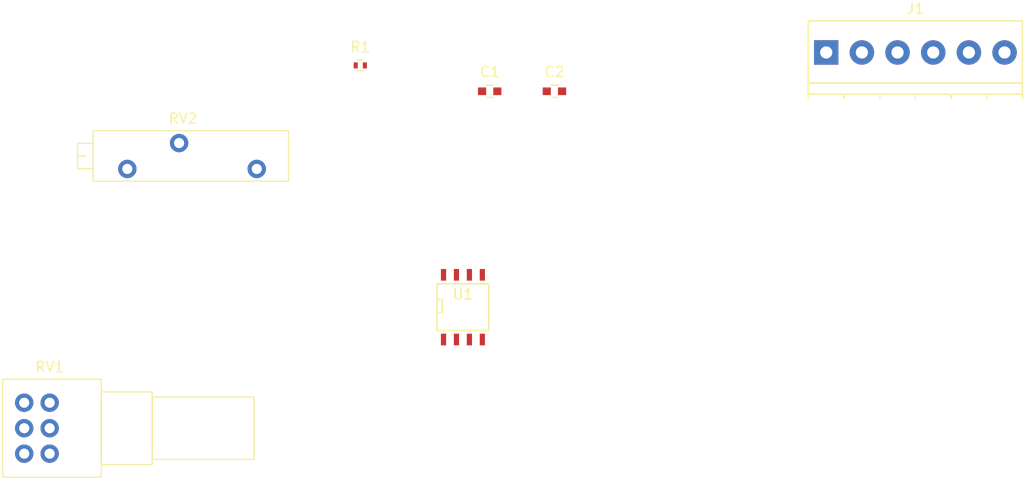
<source format=kicad_pcb>
(kicad_pcb (version 4) (host pcbnew 4.0.5)

  (general
    (links 16)
    (no_connects 16)
    (area 0 0 0 0)
    (thickness 1.6)
    (drawings 0)
    (tracks 0)
    (zones 0)
    (modules 7)
    (nets 11)
  )

  (page A4)
  (layers
    (0 F.Cu signal)
    (31 B.Cu signal)
    (32 B.Adhes user)
    (33 F.Adhes user)
    (34 B.Paste user)
    (35 F.Paste user)
    (36 B.SilkS user)
    (37 F.SilkS user)
    (38 B.Mask user)
    (39 F.Mask user)
    (40 Dwgs.User user)
    (41 Cmts.User user)
    (42 Eco1.User user)
    (43 Eco2.User user)
    (44 Edge.Cuts user)
    (45 Margin user)
    (46 B.CrtYd user)
    (47 F.CrtYd user)
    (48 B.Fab user)
    (49 F.Fab user)
  )

  (setup
    (last_trace_width 0.25)
    (trace_clearance 0.2)
    (zone_clearance 0.508)
    (zone_45_only no)
    (trace_min 0.2)
    (segment_width 0.2)
    (edge_width 0.15)
    (via_size 0.6)
    (via_drill 0.4)
    (via_min_size 0.4)
    (via_min_drill 0.3)
    (uvia_size 0.3)
    (uvia_drill 0.1)
    (uvias_allowed no)
    (uvia_min_size 0.2)
    (uvia_min_drill 0.1)
    (pcb_text_width 0.3)
    (pcb_text_size 1.5 1.5)
    (mod_edge_width 0.15)
    (mod_text_size 1 1)
    (mod_text_width 0.15)
    (pad_size 1.524 1.524)
    (pad_drill 0.762)
    (pad_to_mask_clearance 0.2)
    (aux_axis_origin 0 0)
    (visible_elements FFFFFF7F)
    (pcbplotparams
      (layerselection 0x00030_80000001)
      (usegerberextensions false)
      (excludeedgelayer true)
      (linewidth 0.100000)
      (plotframeref false)
      (viasonmask false)
      (mode 1)
      (useauxorigin false)
      (hpglpennumber 1)
      (hpglpenspeed 20)
      (hpglpendiameter 15)
      (hpglpenoverlay 2)
      (psnegative false)
      (psa4output false)
      (plotreference true)
      (plotvalue true)
      (plotinvisibletext false)
      (padsonsilk false)
      (subtractmaskfromsilk false)
      (outputformat 1)
      (mirror false)
      (drillshape 1)
      (scaleselection 1)
      (outputdirectory ""))
  )

  (net 0 "")
  (net 1 "Net-(C1-Pad1)")
  (net 2 GND)
  (net 3 /Vout)
  (net 4 "Net-(C2-Pad2)")
  (net 5 +5V)
  (net 6 /Vin)
  (net 7 "Net-(R1-Pad1)")
  (net 8 "Net-(RV1-Pad3)")
  (net 9 "Net-(RV1-Pad6)")
  (net 10 "Net-(RV2-Pad3)")

  (net_class Default "This is the default net class."
    (clearance 0.2)
    (trace_width 0.25)
    (via_dia 0.6)
    (via_drill 0.4)
    (uvia_dia 0.3)
    (uvia_drill 0.1)
    (add_net +5V)
    (add_net /Vin)
    (add_net /Vout)
    (add_net GND)
    (add_net "Net-(C1-Pad1)")
    (add_net "Net-(C2-Pad2)")
    (add_net "Net-(R1-Pad1)")
    (add_net "Net-(RV1-Pad3)")
    (add_net "Net-(RV1-Pad6)")
    (add_net "Net-(RV2-Pad3)")
  )

  (module Capacitors_SMD:C_0603 (layer F.Cu) (tedit 5415D631) (tstamp 58A38ADA)
    (at 151.13 83.82)
    (descr "Capacitor SMD 0603, reflow soldering, AVX (see smccp.pdf)")
    (tags "capacitor 0603")
    (path /58A37542)
    (attr smd)
    (fp_text reference C1 (at 0 -1.9) (layer F.SilkS)
      (effects (font (size 1 1) (thickness 0.15)))
    )
    (fp_text value 0.47uF (at 0 1.9) (layer F.Fab)
      (effects (font (size 1 1) (thickness 0.15)))
    )
    (fp_line (start -0.8 0.4) (end -0.8 -0.4) (layer F.Fab) (width 0.1))
    (fp_line (start 0.8 0.4) (end -0.8 0.4) (layer F.Fab) (width 0.1))
    (fp_line (start 0.8 -0.4) (end 0.8 0.4) (layer F.Fab) (width 0.1))
    (fp_line (start -0.8 -0.4) (end 0.8 -0.4) (layer F.Fab) (width 0.1))
    (fp_line (start -1.45 -0.75) (end 1.45 -0.75) (layer F.CrtYd) (width 0.05))
    (fp_line (start -1.45 0.75) (end 1.45 0.75) (layer F.CrtYd) (width 0.05))
    (fp_line (start -1.45 -0.75) (end -1.45 0.75) (layer F.CrtYd) (width 0.05))
    (fp_line (start 1.45 -0.75) (end 1.45 0.75) (layer F.CrtYd) (width 0.05))
    (fp_line (start -0.35 -0.6) (end 0.35 -0.6) (layer F.SilkS) (width 0.12))
    (fp_line (start 0.35 0.6) (end -0.35 0.6) (layer F.SilkS) (width 0.12))
    (pad 1 smd rect (at -0.75 0) (size 0.8 0.75) (layers F.Cu F.Paste F.Mask)
      (net 1 "Net-(C1-Pad1)"))
    (pad 2 smd rect (at 0.75 0) (size 0.8 0.75) (layers F.Cu F.Paste F.Mask)
      (net 2 GND))
    (model Capacitors_SMD.3dshapes/C_0603.wrl
      (at (xyz 0 0 0))
      (scale (xyz 1 1 1))
      (rotate (xyz 0 0 0))
    )
  )

  (module Capacitors_SMD:C_0603 (layer F.Cu) (tedit 5415D631) (tstamp 58A38AE0)
    (at 157.48 83.82)
    (descr "Capacitor SMD 0603, reflow soldering, AVX (see smccp.pdf)")
    (tags "capacitor 0603")
    (path /58A374D5)
    (attr smd)
    (fp_text reference C2 (at 0 -1.9) (layer F.SilkS)
      (effects (font (size 1 1) (thickness 0.15)))
    )
    (fp_text value 0.47uF (at 0 1.9) (layer F.Fab)
      (effects (font (size 1 1) (thickness 0.15)))
    )
    (fp_line (start -0.8 0.4) (end -0.8 -0.4) (layer F.Fab) (width 0.1))
    (fp_line (start 0.8 0.4) (end -0.8 0.4) (layer F.Fab) (width 0.1))
    (fp_line (start 0.8 -0.4) (end 0.8 0.4) (layer F.Fab) (width 0.1))
    (fp_line (start -0.8 -0.4) (end 0.8 -0.4) (layer F.Fab) (width 0.1))
    (fp_line (start -1.45 -0.75) (end 1.45 -0.75) (layer F.CrtYd) (width 0.05))
    (fp_line (start -1.45 0.75) (end 1.45 0.75) (layer F.CrtYd) (width 0.05))
    (fp_line (start -1.45 -0.75) (end -1.45 0.75) (layer F.CrtYd) (width 0.05))
    (fp_line (start 1.45 -0.75) (end 1.45 0.75) (layer F.CrtYd) (width 0.05))
    (fp_line (start -0.35 -0.6) (end 0.35 -0.6) (layer F.SilkS) (width 0.12))
    (fp_line (start 0.35 0.6) (end -0.35 0.6) (layer F.SilkS) (width 0.12))
    (pad 1 smd rect (at -0.75 0) (size 0.8 0.75) (layers F.Cu F.Paste F.Mask)
      (net 3 /Vout))
    (pad 2 smd rect (at 0.75 0) (size 0.8 0.75) (layers F.Cu F.Paste F.Mask)
      (net 4 "Net-(C2-Pad2)"))
    (model Capacitors_SMD.3dshapes/C_0603.wrl
      (at (xyz 0 0 0))
      (scale (xyz 1 1 1))
      (rotate (xyz 0 0 0))
    )
  )

  (module Connectors_Terminal_Blocks:TerminalBlock_Pheonix_PT-3.5mm_6pol (layer F.Cu) (tedit 0) (tstamp 58A38AEA)
    (at 184.15 80.01)
    (descr "6-way 3.5mm pitch terminal block, Phoenix PT series")
    (path /58A3BC3A)
    (fp_text reference J1 (at 8.75 -4.3) (layer F.SilkS)
      (effects (font (size 1 1) (thickness 0.15)))
    )
    (fp_text value Screw_Terminal_1x06 (at 8.75 6) (layer F.Fab)
      (effects (font (size 1 1) (thickness 0.15)))
    )
    (fp_line (start -1.9 -3.3) (end 19.4 -3.3) (layer F.CrtYd) (width 0.05))
    (fp_line (start -1.9 4.7) (end -1.9 -3.3) (layer F.CrtYd) (width 0.05))
    (fp_line (start 19.4 4.7) (end -1.9 4.7) (layer F.CrtYd) (width 0.05))
    (fp_line (start 19.4 -3.3) (end 19.4 4.7) (layer F.CrtYd) (width 0.05))
    (fp_line (start 15.75 4.1) (end 15.75 4.5) (layer F.SilkS) (width 0.15))
    (fp_line (start 12.25 4.1) (end 12.25 4.5) (layer F.SilkS) (width 0.15))
    (fp_line (start 1.75 4.1) (end 1.75 4.5) (layer F.SilkS) (width 0.15))
    (fp_line (start 5.25 4.1) (end 5.25 4.5) (layer F.SilkS) (width 0.15))
    (fp_line (start 8.75 4.1) (end 8.75 4.5) (layer F.SilkS) (width 0.15))
    (fp_line (start -1.75 3) (end 19.25 3) (layer F.SilkS) (width 0.15))
    (fp_line (start -1.75 4.1) (end 19.25 4.1) (layer F.SilkS) (width 0.15))
    (fp_line (start -1.75 -3.1) (end -1.75 4.5) (layer F.SilkS) (width 0.15))
    (fp_line (start 19.25 4.5) (end 19.25 -3.1) (layer F.SilkS) (width 0.15))
    (fp_line (start 19.25 -3.1) (end -1.75 -3.1) (layer F.SilkS) (width 0.15))
    (pad 2 thru_hole circle (at 3.5 0) (size 2.4 2.4) (drill 1.2) (layers *.Cu *.Mask)
      (net 5 +5V))
    (pad 1 thru_hole rect (at 0 0) (size 2.4 2.4) (drill 1.2) (layers *.Cu *.Mask)
      (net 2 GND))
    (pad 3 thru_hole circle (at 7 0) (size 2.4 2.4) (drill 1.2) (layers *.Cu *.Mask)
      (net 2 GND))
    (pad 4 thru_hole circle (at 10.5 0) (size 2.4 2.4) (drill 1.2) (layers *.Cu *.Mask)
      (net 3 /Vout))
    (pad 5 thru_hole circle (at 14 0) (size 2.4 2.4) (drill 1.2) (layers *.Cu *.Mask)
      (net 2 GND))
    (pad 6 thru_hole circle (at 17.5 0) (size 2.4 2.4) (drill 1.2) (layers *.Cu *.Mask)
      (net 6 /Vin))
    (model Terminal_Blocks.3dshapes/TerminalBlock_Pheonix_PT-3.5mm_6pol.wrl
      (at (xyz 0 0 0))
      (scale (xyz 1 1 1))
      (rotate (xyz 0 0 0))
    )
  )

  (module Resistors_SMD:R_0402 (layer F.Cu) (tedit 58307A8A) (tstamp 58A38AF0)
    (at 138.43 81.28)
    (descr "Resistor SMD 0402, reflow soldering, Vishay (see dcrcw.pdf)")
    (tags "resistor 0402")
    (path /58A375DF)
    (attr smd)
    (fp_text reference R1 (at 0 -1.8) (layer F.SilkS)
      (effects (font (size 1 1) (thickness 0.15)))
    )
    (fp_text value 3.3k (at 0 1.8) (layer F.Fab)
      (effects (font (size 1 1) (thickness 0.15)))
    )
    (fp_line (start -0.5 0.25) (end -0.5 -0.25) (layer F.Fab) (width 0.1))
    (fp_line (start 0.5 0.25) (end -0.5 0.25) (layer F.Fab) (width 0.1))
    (fp_line (start 0.5 -0.25) (end 0.5 0.25) (layer F.Fab) (width 0.1))
    (fp_line (start -0.5 -0.25) (end 0.5 -0.25) (layer F.Fab) (width 0.1))
    (fp_line (start -0.95 -0.65) (end 0.95 -0.65) (layer F.CrtYd) (width 0.05))
    (fp_line (start -0.95 0.65) (end 0.95 0.65) (layer F.CrtYd) (width 0.05))
    (fp_line (start -0.95 -0.65) (end -0.95 0.65) (layer F.CrtYd) (width 0.05))
    (fp_line (start 0.95 -0.65) (end 0.95 0.65) (layer F.CrtYd) (width 0.05))
    (fp_line (start 0.25 -0.525) (end -0.25 -0.525) (layer F.SilkS) (width 0.15))
    (fp_line (start -0.25 0.525) (end 0.25 0.525) (layer F.SilkS) (width 0.15))
    (pad 1 smd rect (at -0.45 0) (size 0.4 0.6) (layers F.Cu F.Paste F.Mask)
      (net 7 "Net-(R1-Pad1)"))
    (pad 2 smd rect (at 0.45 0) (size 0.4 0.6) (layers F.Cu F.Paste F.Mask)
      (net 2 GND))
    (model Resistors_SMD.3dshapes/R_0402.wrl
      (at (xyz 0 0 0))
      (scale (xyz 1 1 1))
      (rotate (xyz 0 0 0))
    )
  )

  (module Potentiometers:Potentiometer_Alps_RK097_Double_Vertical (layer F.Cu) (tedit 58826B08) (tstamp 58A38B16)
    (at 107.95 119.38)
    (descr "Potentiometer, vertically mounted, Omeg PC16PU, Omeg PC16PU, Omeg PC16PU, Vishay/Spectrol 248GJ/249GJ Single, Vishay/Spectrol 248GJ/249GJ Single, Vishay/Spectrol 248GJ/249GJ Single, Vishay/Spectrol 248GH/249GH Single, Vishay/Spectrol 148/149 Single, Vishay/Spectrol 148/149 Single, Vishay/Spectrol 148/149 Single, Vishay/Spectrol 148A/149A Single with mounting plates, Vishay/Spectrol 148/149 Double, Vishay/Spectrol 148A/149A Double with mounting plates, Piher PC-16 Single, Piher PC-16 Single, Piher PC-16 Single, Piher PC-16SV Single, Piher PC-16 Double, Piher PC-16 Triple, Piher T16H Single, Piher T16L Single, Piher T16H Double, Alps RK163 Single, Alps RK163 Double, Alps RK097 Single, Alps RK097 Double, http://www.alps.com/prod/info/E/HTML/Potentiometer/RotaryPotentiometers/RK097/RK09712100AV.html")
    (tags "Potentiometer vertical  Omeg PC16PU  Omeg PC16PU  Omeg PC16PU  Vishay/Spectrol 248GJ/249GJ Single  Vishay/Spectrol 248GJ/249GJ Single  Vishay/Spectrol 248GJ/249GJ Single  Vishay/Spectrol 248GH/249GH Single  Vishay/Spectrol 148/149 Single  Vishay/Spectrol 148/149 Single  Vishay/Spectrol 148/149 Single  Vishay/Spectrol 148A/149A Single with mounting plates  Vishay/Spectrol 148/149 Double  Vishay/Spectrol 148A/149A Double with mounting plates  Piher PC-16 Single  Piher PC-16 Single  Piher PC-16 Single  Piher PC-16SV Single  Piher PC-16 Double  Piher PC-16 Triple  Piher T16H Single  Piher T16L Single  Piher T16H Double  Alps RK163 Single  Alps RK163 Double  Alps RK097 Single  Alps RK097 Double")
    (path /58A37145)
    (fp_text reference RV1 (at 0 -8.5) (layer F.SilkS)
      (effects (font (size 1 1) (thickness 0.15)))
    )
    (fp_text value "10k DUAL" (at 0 3.5) (layer F.Fab)
      (effects (font (size 1 1) (thickness 0.15)))
    )
    (fp_line (start -4.55 -7.25) (end -4.55 2.25) (layer F.Fab) (width 0.1))
    (fp_line (start -4.55 2.25) (end 5 2.25) (layer F.Fab) (width 0.1))
    (fp_line (start 5 2.25) (end 5 -7.25) (layer F.Fab) (width 0.1))
    (fp_line (start 5 -7.25) (end -4.55 -7.25) (layer F.Fab) (width 0.1))
    (fp_line (start 5 -6) (end 5 1) (layer F.Fab) (width 0.1))
    (fp_line (start 5 1) (end 10 1) (layer F.Fab) (width 0.1))
    (fp_line (start 10 1) (end 10 -6) (layer F.Fab) (width 0.1))
    (fp_line (start 10 -6) (end 5 -6) (layer F.Fab) (width 0.1))
    (fp_line (start 10 -5.5) (end 10 0.5) (layer F.Fab) (width 0.1))
    (fp_line (start 10 0.5) (end 20 0.5) (layer F.Fab) (width 0.1))
    (fp_line (start 20 0.5) (end 20 -5.5) (layer F.Fab) (width 0.1))
    (fp_line (start 20 -5.5) (end 10 -5.5) (layer F.Fab) (width 0.1))
    (fp_line (start -4.61 -7.31) (end 5.06 -7.31) (layer F.SilkS) (width 0.12))
    (fp_line (start -4.61 2.31) (end 5.06 2.31) (layer F.SilkS) (width 0.12))
    (fp_line (start -4.61 -7.31) (end -4.61 2.31) (layer F.SilkS) (width 0.12))
    (fp_line (start 5.06 -7.31) (end 5.06 2.31) (layer F.SilkS) (width 0.12))
    (fp_line (start 5.06 -6.06) (end 10.06 -6.06) (layer F.SilkS) (width 0.12))
    (fp_line (start 5.06 1.06) (end 10.06 1.06) (layer F.SilkS) (width 0.12))
    (fp_line (start 5.06 -6.06) (end 5.06 1.06) (layer F.SilkS) (width 0.12))
    (fp_line (start 10.06 -6.06) (end 10.06 1.06) (layer F.SilkS) (width 0.12))
    (fp_line (start 10.06 -5.56) (end 20.06 -5.56) (layer F.SilkS) (width 0.12))
    (fp_line (start 10.06 0.56) (end 20.06 0.56) (layer F.SilkS) (width 0.12))
    (fp_line (start 10.06 -5.56) (end 10.06 0.56) (layer F.SilkS) (width 0.12))
    (fp_line (start 20.06 -5.56) (end 20.06 0.56) (layer F.SilkS) (width 0.12))
    (fp_line (start -4.85 -7.5) (end -4.85 2.5) (layer F.CrtYd) (width 0.05))
    (fp_line (start -4.85 2.5) (end 20.25 2.5) (layer F.CrtYd) (width 0.05))
    (fp_line (start 20.25 2.5) (end 20.25 -7.5) (layer F.CrtYd) (width 0.05))
    (fp_line (start 20.25 -7.5) (end -4.85 -7.5) (layer F.CrtYd) (width 0.05))
    (pad 3 thru_hole circle (at 0 -5) (size 1.8 1.8) (drill 1) (layers *.Cu *.Mask)
      (net 8 "Net-(RV1-Pad3)"))
    (pad 2 thru_hole circle (at 0 -2.5) (size 1.8 1.8) (drill 1) (layers *.Cu *.Mask)
      (net 4 "Net-(C2-Pad2)"))
    (pad 1 thru_hole circle (at 0 0) (size 1.8 1.8) (drill 1) (layers *.Cu *.Mask)
      (net 6 /Vin))
    (pad 6 thru_hole circle (at -2.5 -5) (size 1.8 1.8) (drill 1) (layers *.Cu *.Mask)
      (net 9 "Net-(RV1-Pad6)"))
    (pad 5 thru_hole circle (at -2.5 -2.5) (size 1.8 1.8) (drill 1) (layers *.Cu *.Mask)
      (net 1 "Net-(C1-Pad1)"))
    (pad 4 thru_hole circle (at -2.5 0) (size 1.8 1.8) (drill 1) (layers *.Cu *.Mask)
      (net 4 "Net-(C2-Pad2)"))
    (model Potentiometers.3dshapes/Potentiometer_Alps_RK097_Double_Vertical.wrl
      (at (xyz 0 0 0))
      (scale (xyz 0.393701 0.393701 0.393701))
      (rotate (xyz 0 0 0))
    )
  )

  (module Potentiometers:Potentiometer_Trimmer_Bourns_3006P (layer F.Cu) (tedit 58826B0A) (tstamp 58A38B33)
    (at 128.27 91.44)
    (descr "Spindle Trimmer Potentiometer, Bourns 3006P, http://www.bourns.com/docs/Product-Datasheets/3006.pdf?sfvrsn=0")
    (tags "Spindle Trimmer Potentiometer   Bourns 3006P")
    (path /58A39BF6)
    (fp_text reference RV2 (at -7.235 -4.935) (layer F.SilkS)
      (effects (font (size 1 1) (thickness 0.15)))
    )
    (fp_text value "10k Trim" (at -7.235 2.395) (layer F.Fab)
      (effects (font (size 1 1) (thickness 0.15)))
    )
    (fp_line (start -16 -3.685) (end -16 1.145) (layer F.Fab) (width 0.1))
    (fp_line (start -16 1.145) (end 3.05 1.145) (layer F.Fab) (width 0.1))
    (fp_line (start 3.05 1.145) (end 3.05 -3.685) (layer F.Fab) (width 0.1))
    (fp_line (start 3.05 -3.685) (end -16 -3.685) (layer F.Fab) (width 0.1))
    (fp_line (start -17.52 -2.45) (end -17.52 -0.09) (layer F.Fab) (width 0.1))
    (fp_line (start -17.52 -0.09) (end -16 -0.09) (layer F.Fab) (width 0.1))
    (fp_line (start -16 -0.09) (end -16 -2.45) (layer F.Fab) (width 0.1))
    (fp_line (start -16 -2.45) (end -17.52 -2.45) (layer F.Fab) (width 0.1))
    (fp_line (start -17.52 -1.27) (end -16.76 -1.27) (layer F.Fab) (width 0.1))
    (fp_line (start -16.06 -3.745) (end 3.111 -3.745) (layer F.SilkS) (width 0.12))
    (fp_line (start -16.06 1.206) (end 3.111 1.206) (layer F.SilkS) (width 0.12))
    (fp_line (start -16.06 -3.745) (end -16.06 1.206) (layer F.SilkS) (width 0.12))
    (fp_line (start 3.111 -3.745) (end 3.111 1.206) (layer F.SilkS) (width 0.12))
    (fp_line (start -17.58 -2.51) (end -16.061 -2.51) (layer F.SilkS) (width 0.12))
    (fp_line (start -17.58 -0.03) (end -16.061 -0.03) (layer F.SilkS) (width 0.12))
    (fp_line (start -17.58 -2.51) (end -17.58 -0.03) (layer F.SilkS) (width 0.12))
    (fp_line (start -16.061 -2.51) (end -16.061 -0.03) (layer F.SilkS) (width 0.12))
    (fp_line (start -17.58 -1.27) (end -16.82 -1.27) (layer F.SilkS) (width 0.12))
    (fp_line (start -17.8 -3.95) (end -17.8 1.4) (layer F.CrtYd) (width 0.05))
    (fp_line (start -17.8 1.4) (end 3.35 1.4) (layer F.CrtYd) (width 0.05))
    (fp_line (start 3.35 1.4) (end 3.35 -3.95) (layer F.CrtYd) (width 0.05))
    (fp_line (start 3.35 -3.95) (end -17.8 -3.95) (layer F.CrtYd) (width 0.05))
    (pad 1 thru_hole circle (at 0 0) (size 1.8 1.8) (drill 1) (layers *.Cu *.Mask)
      (net 7 "Net-(R1-Pad1)"))
    (pad 2 thru_hole circle (at -7.62 -2.54) (size 1.8 1.8) (drill 1) (layers *.Cu *.Mask)
      (net 3 /Vout))
    (pad 3 thru_hole circle (at -12.7 0) (size 1.8 1.8) (drill 1) (layers *.Cu *.Mask)
      (net 10 "Net-(RV2-Pad3)"))
    (model Potentiometers.3dshapes/Potentiometer_Trimmer_Bourns_3006P.wrl
      (at (xyz 0 0 0))
      (scale (xyz 1 1 1))
      (rotate (xyz 0 0 0))
    )
  )

  (module SMD_Packages:SOIC-8-N (layer F.Cu) (tedit 0) (tstamp 58A38B3F)
    (at 148.5011 105.0036)
    (descr "Module Narrow CMS SOJ 8 pins large")
    (tags "CMS SOJ")
    (path /58A35FCC)
    (attr smd)
    (fp_text reference U1 (at 0 -1.27) (layer F.SilkS)
      (effects (font (size 1 1) (thickness 0.15)))
    )
    (fp_text value LMC6062 (at 0 1.27) (layer F.Fab)
      (effects (font (size 1 1) (thickness 0.15)))
    )
    (fp_line (start -2.54 -2.286) (end 2.54 -2.286) (layer F.SilkS) (width 0.15))
    (fp_line (start 2.54 -2.286) (end 2.54 2.286) (layer F.SilkS) (width 0.15))
    (fp_line (start 2.54 2.286) (end -2.54 2.286) (layer F.SilkS) (width 0.15))
    (fp_line (start -2.54 2.286) (end -2.54 -2.286) (layer F.SilkS) (width 0.15))
    (fp_line (start -2.54 -0.762) (end -2.032 -0.762) (layer F.SilkS) (width 0.15))
    (fp_line (start -2.032 -0.762) (end -2.032 0.508) (layer F.SilkS) (width 0.15))
    (fp_line (start -2.032 0.508) (end -2.54 0.508) (layer F.SilkS) (width 0.15))
    (pad 8 smd rect (at -1.905 -3.175) (size 0.508 1.143) (layers F.Cu F.Paste F.Mask)
      (net 5 +5V))
    (pad 7 smd rect (at -0.635 -3.175) (size 0.508 1.143) (layers F.Cu F.Paste F.Mask))
    (pad 6 smd rect (at 0.635 -3.175) (size 0.508 1.143) (layers F.Cu F.Paste F.Mask))
    (pad 5 smd rect (at 1.905 -3.175) (size 0.508 1.143) (layers F.Cu F.Paste F.Mask))
    (pad 4 smd rect (at 1.905 3.175) (size 0.508 1.143) (layers F.Cu F.Paste F.Mask)
      (net 2 GND))
    (pad 3 smd rect (at 0.635 3.175) (size 0.508 1.143) (layers F.Cu F.Paste F.Mask)
      (net 1 "Net-(C1-Pad1)"))
    (pad 2 smd rect (at -0.635 3.175) (size 0.508 1.143) (layers F.Cu F.Paste F.Mask)
      (net 7 "Net-(R1-Pad1)"))
    (pad 1 smd rect (at -1.905 3.175) (size 0.508 1.143) (layers F.Cu F.Paste F.Mask)
      (net 3 /Vout))
    (model SMD_Packages.3dshapes/SOIC-8-N.wrl
      (at (xyz 0 0 0))
      (scale (xyz 0.5 0.38 0.5))
      (rotate (xyz 0 0 0))
    )
  )

)

</source>
